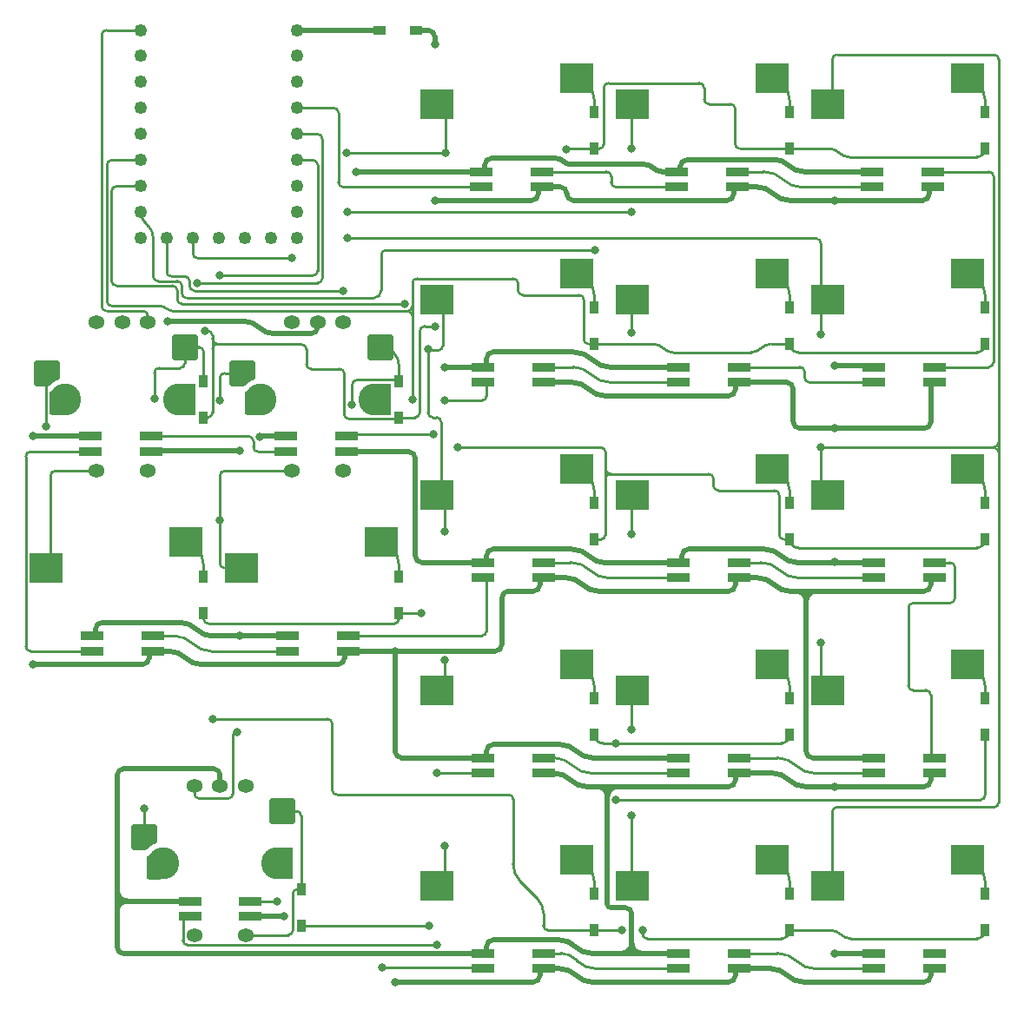
<source format=gbr>
G04 #@! TF.GenerationSoftware,KiCad,Pcbnew,7.0.9*
G04 #@! TF.CreationDate,2024-01-25T19:57:45+09:00*
G04 #@! TF.ProjectId,withTK,77697468-544b-42e6-9b69-6361645f7063,rev?*
G04 #@! TF.SameCoordinates,Original*
G04 #@! TF.FileFunction,Copper,L2,Bot*
G04 #@! TF.FilePolarity,Positive*
%FSLAX46Y46*%
G04 Gerber Fmt 4.6, Leading zero omitted, Abs format (unit mm)*
G04 Created by KiCad (PCBNEW 7.0.9) date 2024-01-25 19:57:45*
%MOMM*%
%LPD*%
G01*
G04 APERTURE LIST*
G04 Aperture macros list*
%AMRoundRect*
0 Rectangle with rounded corners*
0 $1 Rounding radius*
0 $2 $3 $4 $5 $6 $7 $8 $9 X,Y pos of 4 corners*
0 Add a 4 corners polygon primitive as box body*
4,1,4,$2,$3,$4,$5,$6,$7,$8,$9,$2,$3,0*
0 Add four circle primitives for the rounded corners*
1,1,$1+$1,$2,$3*
1,1,$1+$1,$4,$5*
1,1,$1+$1,$6,$7*
1,1,$1+$1,$8,$9*
0 Add four rect primitives between the rounded corners*
20,1,$1+$1,$2,$3,$4,$5,0*
20,1,$1+$1,$4,$5,$6,$7,0*
20,1,$1+$1,$6,$7,$8,$9,0*
20,1,$1+$1,$8,$9,$2,$3,0*%
%AMFreePoly0*
4,1,22,1.150000,1.217000,1.242000,1.125000,1.275000,1.000000,1.275000,-0.378000,1.255000,-0.477000,1.196000,-0.560000,1.110000,-0.613000,0.807000,-0.752000,0.530000,-0.939000,0.287000,-1.167000,0.203000,-1.228000,0.102000,-1.250000,-1.025000,-1.250000,-1.150000,-1.217000,-1.242000,-1.125000,-1.275000,-1.000000,-1.275000,1.000000,-1.242000,1.125000,-1.150000,1.217000,-1.025000,1.250000,
1.025000,1.250000,1.150000,1.217000,1.150000,1.217000,$1*%
G04 Aperture macros list end*
G04 #@! TA.AperFunction,SMDPad,CuDef*
%ADD10R,3.300000X3.000000*%
G04 #@! TD*
G04 #@! TA.AperFunction,SMDPad,CuDef*
%ADD11R,0.950000X1.300000*%
G04 #@! TD*
G04 #@! TA.AperFunction,SMDPad,CuDef*
%ADD12R,2.200000X0.820000*%
G04 #@! TD*
G04 #@! TA.AperFunction,ComponentPad*
%ADD13O,1.600000X1.300000*%
G04 #@! TD*
G04 #@! TA.AperFunction,SMDPad,CuDef*
%ADD14RoundRect,0.249600X-0.550400X-0.900400X0.550400X-0.900400X0.550400X0.900400X-0.550400X0.900400X0*%
G04 #@! TD*
G04 #@! TA.AperFunction,ComponentPad*
%ADD15C,3.100000*%
G04 #@! TD*
G04 #@! TA.AperFunction,SMDPad,CuDef*
%ADD16RoundRect,0.249600X-0.550400X-1.300400X0.550400X-1.300400X0.550400X1.300400X-0.550400X1.300400X0*%
G04 #@! TD*
G04 #@! TA.AperFunction,SMDPad,CuDef*
%ADD17RoundRect,0.250000X-1.025000X-1.000000X1.025000X-1.000000X1.025000X1.000000X-1.025000X1.000000X0*%
G04 #@! TD*
G04 #@! TA.AperFunction,SMDPad,CuDef*
%ADD18FreePoly0,0.000000*%
G04 #@! TD*
G04 #@! TA.AperFunction,SMDPad,CuDef*
%ADD19R,1.300000X0.950000*%
G04 #@! TD*
G04 #@! TA.AperFunction,ComponentPad*
%ADD20C,1.250000*%
G04 #@! TD*
G04 #@! TA.AperFunction,ViaPad*
%ADD21C,0.800000*%
G04 #@! TD*
G04 #@! TA.AperFunction,Conductor*
%ADD22C,0.500000*%
G04 #@! TD*
G04 #@! TA.AperFunction,Conductor*
%ADD23C,0.250000*%
G04 #@! TD*
G04 APERTURE END LIST*
D10*
X59777100Y-26041100D03*
X73377100Y-23501100D03*
X78827100Y-26041100D03*
X92427100Y-23501100D03*
X97877100Y-26041100D03*
X111477100Y-23501100D03*
D11*
X113246100Y-49446100D03*
X113246100Y-45896100D03*
D10*
X97877100Y-83191100D03*
X111477100Y-80651100D03*
X78827100Y-64141100D03*
X92427100Y-61601100D03*
D11*
X37037600Y-75639900D03*
X37037600Y-72089900D03*
D10*
X97877100Y-45091100D03*
X111477100Y-42551100D03*
D12*
X32077100Y-77877400D03*
X26177100Y-77877400D03*
X26177100Y-79377400D03*
X32077100Y-79377400D03*
D10*
X78827100Y-83191100D03*
X92427100Y-80651100D03*
D11*
X75134000Y-68496100D03*
X75134000Y-64946100D03*
D12*
X83327100Y-91283600D03*
X89227100Y-91283600D03*
X89227100Y-89783600D03*
X83327100Y-89783600D03*
X89227100Y-108833600D03*
X83327100Y-108833600D03*
X83327100Y-110333600D03*
X89227100Y-110333600D03*
X26019300Y-59946100D03*
X31919300Y-59946100D03*
X31919300Y-58446100D03*
X26019300Y-58446100D03*
X64277100Y-53183600D03*
X70177100Y-53183600D03*
X70177100Y-51683600D03*
X64277100Y-51683600D03*
X108136600Y-32633600D03*
X102236600Y-32633600D03*
X102236600Y-34133600D03*
X108136600Y-34133600D03*
D11*
X56094200Y-56589900D03*
X56094200Y-53039900D03*
X94190600Y-49446100D03*
X94190600Y-45896100D03*
D10*
X59777100Y-83191100D03*
X73377100Y-80651100D03*
X78827100Y-45091100D03*
X92427100Y-42551100D03*
D13*
X31627100Y-47314900D03*
X26627100Y-47314900D03*
X29127100Y-47314900D03*
D14*
X22777100Y-55214900D03*
D15*
X23577100Y-54814900D03*
X34677100Y-54814900D03*
D16*
X35477100Y-54814900D03*
D13*
X31627100Y-61814900D03*
D17*
X35217100Y-49734900D03*
D18*
X21767100Y-52274900D03*
D13*
X26627100Y-61814900D03*
D11*
X56082500Y-75639900D03*
X56082500Y-72089900D03*
D12*
X70177100Y-108833600D03*
X64277100Y-108833600D03*
X64277100Y-110333600D03*
X70177100Y-110333600D03*
D10*
X78827100Y-102241100D03*
X92427100Y-99701100D03*
D11*
X75134000Y-49446100D03*
X75134000Y-45896100D03*
D12*
X70177100Y-70733600D03*
X64277100Y-70733600D03*
X64277100Y-72233600D03*
X70177100Y-72233600D03*
D10*
X40727100Y-71284900D03*
X54327100Y-68744900D03*
D13*
X50677100Y-47314900D03*
X45677100Y-47314900D03*
X48177100Y-47314900D03*
D14*
X41827100Y-55214900D03*
D15*
X42627100Y-54814900D03*
X53727100Y-54814900D03*
D16*
X54527100Y-54814900D03*
D13*
X50677100Y-61814900D03*
D17*
X54267100Y-49734900D03*
D18*
X40817100Y-52274900D03*
D13*
X45677100Y-61814900D03*
D11*
X75135100Y-30396100D03*
X75135100Y-26846100D03*
D12*
X108277100Y-70733600D03*
X102377100Y-70733600D03*
X102377100Y-72233600D03*
X108277100Y-72233600D03*
X83327100Y-53183600D03*
X89227100Y-53183600D03*
X89227100Y-51683600D03*
X83327100Y-51683600D03*
X45069600Y-59946100D03*
X50969600Y-59946100D03*
X50969600Y-58446100D03*
X45069600Y-58446100D03*
X89072900Y-32633600D03*
X83172900Y-32633600D03*
X83172900Y-34133600D03*
X89072900Y-34133600D03*
D11*
X113235700Y-106596100D03*
X113235700Y-103046100D03*
D13*
X41152100Y-92558600D03*
X36152100Y-92558600D03*
X38652100Y-92558600D03*
D14*
X32302100Y-100458600D03*
D15*
X33102100Y-100058600D03*
X44202100Y-100058600D03*
D16*
X45002100Y-100058600D03*
D13*
X41152100Y-107058600D03*
D17*
X44742100Y-94978600D03*
D18*
X31292100Y-97518600D03*
D13*
X36152100Y-107058600D03*
D11*
X37029800Y-56589900D03*
X37029800Y-53039900D03*
D19*
X57737400Y-18858700D03*
X54187400Y-18858700D03*
D10*
X97877100Y-64141100D03*
X111477100Y-61601100D03*
D11*
X75136000Y-106596100D03*
X75136000Y-103046100D03*
D12*
X70021200Y-32633600D03*
X64121200Y-32633600D03*
X64121200Y-34133600D03*
X70021200Y-34133600D03*
D10*
X59777100Y-102241100D03*
X73377100Y-99701100D03*
D12*
X102377100Y-91283600D03*
X108277100Y-91283600D03*
X108277100Y-89783600D03*
X102377100Y-89783600D03*
D11*
X94181200Y-30396100D03*
X94181200Y-26846100D03*
D10*
X59777100Y-64141100D03*
X73377100Y-61601100D03*
D11*
X46558700Y-106130300D03*
X46558700Y-102580300D03*
D12*
X89227100Y-70733600D03*
X83327100Y-70733600D03*
X83327100Y-72233600D03*
X89227100Y-72233600D03*
X102377100Y-53183600D03*
X108277100Y-53183600D03*
X108277100Y-51683600D03*
X102377100Y-51683600D03*
D10*
X21677100Y-71284900D03*
X35277100Y-68744900D03*
D11*
X75135600Y-87546100D03*
X75135600Y-83996100D03*
D10*
X97877100Y-102241100D03*
X111477100Y-99701100D03*
D11*
X94182400Y-68496100D03*
X94182400Y-64946100D03*
X113232100Y-30396100D03*
X113232100Y-26846100D03*
D12*
X41602100Y-103746100D03*
X35702100Y-103746100D03*
X35702100Y-105246100D03*
X41602100Y-105246100D03*
D11*
X94182900Y-106596100D03*
X94182900Y-103046100D03*
X113233600Y-68496100D03*
X113233600Y-64946100D03*
X113237600Y-87546100D03*
X113237600Y-83996100D03*
X94192000Y-87546100D03*
X94192000Y-83996100D03*
D10*
X59777100Y-45091100D03*
X73377100Y-42551100D03*
D12*
X108277100Y-108833600D03*
X102377100Y-108833600D03*
X102377100Y-110333600D03*
X108277100Y-110333600D03*
X64277100Y-91283600D03*
X70177100Y-91283600D03*
X70177100Y-89783600D03*
X64277100Y-89783600D03*
X51127100Y-77877400D03*
X45227100Y-77877400D03*
X45227100Y-79377400D03*
X51127100Y-79377400D03*
D20*
X30902066Y-18839159D03*
X30902066Y-21359159D03*
X30902066Y-23899159D03*
X30902066Y-26429159D03*
X30902066Y-28979159D03*
X30902066Y-31519159D03*
X30902066Y-34059159D03*
X30902066Y-36599159D03*
X30902066Y-39139159D03*
X33442066Y-39139159D03*
X35992066Y-39139159D03*
X38522400Y-39139159D03*
X41072400Y-39139159D03*
X43602066Y-39139159D03*
X46142066Y-39123500D03*
X46142066Y-36599159D03*
X46142066Y-34059159D03*
X46142066Y-31519159D03*
X46142066Y-28979159D03*
X46142066Y-26429159D03*
X46142066Y-23899159D03*
X46142066Y-21359159D03*
X46142066Y-18839159D03*
D21*
X20422400Y-58423500D03*
X20422400Y-80679300D03*
X98545200Y-35435500D03*
X44890700Y-105223500D03*
X59575800Y-35433900D03*
X55714548Y-79373888D03*
X42537966Y-58457450D03*
X60505100Y-51724700D03*
X98545200Y-51579900D03*
X55722400Y-111623500D03*
X59579000Y-20219400D03*
X59641200Y-47708800D03*
X72372361Y-30456658D03*
X37148000Y-48153300D03*
X32252100Y-54766900D03*
X58246500Y-75639658D03*
X57397900Y-54823500D03*
X51528100Y-55395900D03*
X56634644Y-45529400D03*
X58987004Y-106134180D03*
X61818830Y-59508417D03*
X77260646Y-93876907D03*
X75226100Y-40279900D03*
X77259600Y-88357347D03*
X79813409Y-106594292D03*
X37906200Y-85989300D03*
X77788361Y-106594292D03*
X40576600Y-77909600D03*
X40599800Y-59846900D03*
X98545200Y-57674500D03*
X98545200Y-108833600D03*
X98545200Y-92585500D03*
X98545200Y-70723500D03*
X51944600Y-32656520D03*
X33497100Y-47230000D03*
X59471100Y-58221500D03*
X60508100Y-54958000D03*
X59821300Y-91283600D03*
X59821300Y-108035500D03*
X44166200Y-103746100D03*
X54474000Y-110186800D03*
X36387400Y-43492803D03*
X21649300Y-57471500D03*
X38630700Y-66647500D03*
X31235689Y-94749323D03*
X38630700Y-42768303D03*
X38630700Y-54896135D03*
X60570200Y-98329100D03*
X60570200Y-67723500D03*
X60581114Y-80226900D03*
X58914200Y-49953600D03*
X51006300Y-30776700D03*
X60666000Y-30776700D03*
X51095100Y-36594432D03*
X78740000Y-36599853D03*
X78740000Y-30339500D03*
X78722400Y-87023500D03*
X78744162Y-67987363D03*
X78722400Y-95423500D03*
X78740000Y-48323500D03*
X51095100Y-39131319D03*
X97215100Y-59523500D03*
X97222400Y-48523500D03*
X97215100Y-78528100D03*
X45677447Y-41066639D03*
X50677100Y-44232255D03*
X40274200Y-87271400D03*
D22*
X45419600Y-58446100D02*
X42549316Y-58446100D01*
X26369300Y-58446100D02*
X20476961Y-58446100D01*
X66747952Y-73535500D02*
X69197910Y-73535500D01*
X88877100Y-110333600D02*
X92348121Y-110333600D01*
X69827100Y-72233600D02*
X72382848Y-72233600D01*
X74902804Y-111635900D02*
X88247799Y-111635900D01*
X50777100Y-80050245D02*
X50777100Y-79377400D01*
X102727100Y-51579900D02*
X98545200Y-51579900D01*
X59575800Y-35433900D02*
X59575800Y-35435500D01*
X76613462Y-51683600D02*
X83677100Y-51683600D01*
X96791996Y-73535500D02*
X107299426Y-73535500D01*
X55714548Y-79373888D02*
X55714548Y-89151163D01*
X69671200Y-34133600D02*
X71819662Y-34133600D01*
X88722900Y-34808421D02*
X88722900Y-34133600D01*
X74961464Y-89783600D02*
X83677100Y-89783600D01*
X69827100Y-110333600D02*
X69827100Y-111004024D01*
X107927100Y-72907826D02*
X107927100Y-72233600D01*
X64627100Y-51683600D02*
X64627100Y-51724700D01*
X95775200Y-89154144D02*
X95775200Y-74552296D01*
X31727100Y-79377400D02*
X33662645Y-79377400D01*
X55714548Y-79373888D02*
X55718060Y-79377400D01*
X64627100Y-51724700D02*
X60505100Y-51724700D01*
X36805709Y-80679300D02*
X50148045Y-80679300D01*
X102727100Y-89783600D02*
X96404656Y-89783600D01*
X41252100Y-105246100D02*
X44868100Y-105246100D01*
X55718060Y-79377400D02*
X65491207Y-79377400D01*
X59575800Y-35435500D02*
X69043318Y-35435500D01*
X88877100Y-72906184D02*
X88877100Y-72233600D01*
X88877100Y-111006599D02*
X88877100Y-110333600D01*
X69827100Y-110333600D02*
X71758775Y-110333600D01*
X55714548Y-79373888D02*
X55711036Y-79377400D01*
X94139845Y-35435500D02*
X95897681Y-35435500D01*
X65255696Y-88481700D02*
X71818401Y-88481700D01*
X42549316Y-58446100D02*
X42537966Y-58457450D01*
X72449173Y-34763111D02*
X72449173Y-34808888D01*
X64627100Y-89783600D02*
X64627100Y-89110296D01*
X64627100Y-51683600D02*
X64627100Y-50852619D01*
X56346985Y-89783600D02*
X64627100Y-89783600D01*
X66120227Y-78748380D02*
X66120227Y-74163225D01*
X44868100Y-105246100D02*
X44890700Y-105223500D01*
X88722900Y-34133600D02*
X90996781Y-34133600D01*
X31727100Y-80051309D02*
X31727100Y-79377400D01*
X55711036Y-79377400D02*
X50777100Y-79377400D01*
X57737400Y-18858700D02*
X58949360Y-18858700D01*
X95492150Y-111635900D02*
X107298991Y-111635900D01*
X20422400Y-80679300D02*
X31099109Y-80679300D01*
X65256219Y-50223500D02*
X73088470Y-50223500D01*
X95897681Y-35435500D02*
X98545200Y-35435500D01*
X107786600Y-34806555D02*
X107786600Y-34133600D01*
X107927100Y-111007791D02*
X107927100Y-110333600D01*
X91028457Y-72233600D02*
X88877100Y-72233600D01*
X96791996Y-73535500D02*
X94171521Y-73535500D01*
X69827100Y-72906310D02*
X69827100Y-72233600D01*
X69671200Y-34807618D02*
X69671200Y-34133600D01*
X102727100Y-51683600D02*
X102727100Y-51579900D01*
X69195224Y-111635900D02*
X55734800Y-111635900D01*
X98545200Y-35435500D02*
X107157655Y-35435500D01*
X59579000Y-20219400D02*
X59579000Y-19488340D01*
X73075785Y-35435500D02*
X88095821Y-35435500D01*
X75525912Y-73535500D02*
X88247784Y-73535500D01*
X93926398Y-110987392D02*
G75*
G03*
X95492150Y-111635900I1565702J1565792D01*
G01*
X96791996Y-73535500D02*
G75*
G03*
X95775200Y-74552296I4J-1016800D01*
G01*
X107299426Y-73535500D02*
G75*
G03*
X107927100Y-72907826I-26J627700D01*
G01*
X50148045Y-80679300D02*
G75*
G03*
X50777100Y-80050245I-45J629100D01*
G01*
X95775200Y-89154144D02*
G75*
G03*
X96404656Y-89783600I629500J44D01*
G01*
X72449200Y-34808888D02*
G75*
G03*
X73075785Y-35435500I626600J-12D01*
G01*
X69195224Y-111635900D02*
G75*
G03*
X69827100Y-111004024I-24J631900D01*
G01*
X55714600Y-89151163D02*
G75*
G03*
X56346985Y-89783600I632400J-37D01*
G01*
X35285619Y-80049675D02*
G75*
G03*
X33662645Y-79377400I-1623019J-1623025D01*
G01*
X92706137Y-72928474D02*
G75*
G03*
X91028457Y-72233600I-1677637J-1677726D01*
G01*
X92706097Y-72928514D02*
G75*
G03*
X94171521Y-73535500I1465403J1465414D01*
G01*
X75015832Y-51021810D02*
G75*
G03*
X73088470Y-50223500I-1927332J-1927390D01*
G01*
X65491207Y-79377427D02*
G75*
G03*
X66120227Y-78748380I-7J629027D01*
G01*
X69197910Y-73535500D02*
G75*
G03*
X69827100Y-72906310I-10J629200D01*
G01*
X59579000Y-19488340D02*
G75*
G03*
X58949360Y-18858700I-629600J40D01*
G01*
X88247799Y-111635900D02*
G75*
G03*
X88877100Y-111006599I1J629300D01*
G01*
X92578891Y-34788967D02*
G75*
G03*
X94139845Y-35435500I1560909J1560967D01*
G01*
X73385286Y-89130731D02*
G75*
G03*
X71818401Y-88481700I-1566886J-1566869D01*
G01*
X93926428Y-110987362D02*
G75*
G03*
X92348121Y-110333600I-1578328J-1578338D01*
G01*
X88095821Y-35435500D02*
G75*
G03*
X88722900Y-34808421I-21J627100D01*
G01*
X73990002Y-72899315D02*
G75*
G03*
X75525912Y-73535500I1535898J1535915D01*
G01*
X88247784Y-73535500D02*
G75*
G03*
X88877100Y-72906184I16J629300D01*
G01*
X20422411Y-58423489D02*
G75*
G03*
X20476961Y-58446100I54589J54589D01*
G01*
X107157655Y-35435500D02*
G75*
G03*
X107786600Y-34806555I45J628900D01*
G01*
X95775200Y-74493519D02*
G75*
G03*
X94817181Y-73535500I-958000J19D01*
G01*
X72449200Y-34763111D02*
G75*
G03*
X71819662Y-34133600I-629500J11D01*
G01*
X92578930Y-34788928D02*
G75*
G03*
X90996781Y-34133600I-1582130J-1582172D01*
G01*
X65256219Y-50223500D02*
G75*
G03*
X64627100Y-50852619I-19J-629100D01*
G01*
X73404249Y-111015175D02*
G75*
G03*
X71758775Y-110333600I-1645449J-1645425D01*
G01*
X75015834Y-51021808D02*
G75*
G03*
X76613462Y-51683600I1597666J1597608D01*
G01*
X55722400Y-111623500D02*
G75*
G03*
X55734800Y-111635900I12400J0D01*
G01*
X73404241Y-111015183D02*
G75*
G03*
X74902804Y-111635900I1498559J1498583D01*
G01*
X107298991Y-111635900D02*
G75*
G03*
X107927100Y-111007791I9J628100D01*
G01*
X66747952Y-73535427D02*
G75*
G03*
X66120227Y-74163225I48J-627773D01*
G01*
X65255696Y-88481700D02*
G75*
G03*
X64627100Y-89110296I4J-628600D01*
G01*
X69043318Y-35435500D02*
G75*
G03*
X69671200Y-34807618I-18J627900D01*
G01*
X73385317Y-89130700D02*
G75*
G03*
X74961464Y-89783600I1576183J1576100D01*
G01*
X35285630Y-80049664D02*
G75*
G03*
X36805709Y-80679300I1520070J1520064D01*
G01*
X31099109Y-80679300D02*
G75*
G03*
X31727100Y-80051309I-9J628000D01*
G01*
X73989992Y-72899325D02*
G75*
G03*
X72382848Y-72233600I-1607192J-1607175D01*
G01*
X54187400Y-18839200D02*
X54187400Y-18858700D01*
X46142100Y-18839200D02*
X54187400Y-18839200D01*
D23*
X86288962Y-26044200D02*
X88394685Y-26044200D01*
X59641200Y-47708800D02*
X58581617Y-47708800D01*
X56094200Y-56743900D02*
X51213336Y-56743900D01*
X94181200Y-30396100D02*
X98035635Y-30396100D01*
X85829403Y-24462539D02*
X85829403Y-25584641D01*
X37446757Y-56589900D02*
X37029800Y-56589900D01*
X37906200Y-48863106D02*
X37906201Y-48927928D01*
X76515620Y-24004200D02*
X85371064Y-24004200D01*
X57662772Y-56589900D02*
X56094200Y-56589900D01*
X75135100Y-30396100D02*
X75596320Y-30396100D01*
X37148000Y-48153300D02*
X37446762Y-48153300D01*
X37906200Y-49905007D02*
X37906200Y-56130457D01*
X76055900Y-29936520D02*
X76055900Y-24463920D01*
X89313434Y-30396100D02*
X94181200Y-30396100D01*
X56094200Y-56589900D02*
X56094200Y-56743900D01*
X50754000Y-56284564D02*
X50754000Y-52316059D01*
X72432919Y-30396100D02*
X75135100Y-30396100D01*
X72372361Y-30456658D02*
X72432919Y-30396100D01*
X47050200Y-51397625D02*
X47050200Y-49930513D01*
X37906200Y-49905007D02*
X37906200Y-48612738D01*
X58122400Y-48168017D02*
X58122400Y-56130272D01*
X99971592Y-31198000D02*
X112430200Y-31198000D01*
X88854000Y-26503515D02*
X88854000Y-29936666D01*
X50294355Y-51856414D02*
X47508989Y-51856414D01*
X46590558Y-49470871D02*
X38340336Y-49470871D01*
X47050186Y-51397625D02*
G75*
G03*
X47508989Y-51856414I458814J25D01*
G01*
X57662772Y-56589900D02*
G75*
G03*
X58122400Y-56130272I28J459600D01*
G01*
X98980334Y-30787444D02*
G75*
G03*
X98035635Y-30396100I-944734J-944656D01*
G01*
X88854000Y-26503515D02*
G75*
G03*
X88394685Y-26044200I-459300J15D01*
G01*
X38340336Y-49470900D02*
G75*
G03*
X37906200Y-49905007I-36J-434100D01*
G01*
X85829400Y-24462539D02*
G75*
G03*
X85371064Y-24004200I-458300J39D01*
G01*
X98980367Y-30787411D02*
G75*
G03*
X99971592Y-31198000I991233J991211D01*
G01*
X112430200Y-31198000D02*
G75*
G03*
X113232100Y-30396100I0J801900D01*
G01*
X50754086Y-52316059D02*
G75*
G03*
X50294355Y-51856414I-459686J-41D01*
G01*
X58581617Y-47708800D02*
G75*
G03*
X58122400Y-48168017I-17J-459200D01*
G01*
X37906129Y-48927928D02*
G75*
G03*
X38449149Y-49470871I542971J28D01*
G01*
X47050229Y-49930513D02*
G75*
G03*
X46590558Y-49470871I-459629J13D01*
G01*
X88854000Y-29936666D02*
G75*
G03*
X89313434Y-30396100I459400J-34D01*
G01*
X50754000Y-56284564D02*
G75*
G03*
X51213336Y-56743900I459300J-36D01*
G01*
X37906200Y-48612738D02*
G75*
G03*
X37446762Y-48153300I-459400J38D01*
G01*
X37446757Y-56589900D02*
G75*
G03*
X37906200Y-56130457I43J459400D01*
G01*
X85829400Y-25584641D02*
G75*
G03*
X86288962Y-26044200I459600J41D01*
G01*
X76515620Y-24004200D02*
G75*
G03*
X76055900Y-24463920I-20J-459700D01*
G01*
X75596320Y-30396100D02*
G75*
G03*
X76055900Y-29936520I-20J459600D01*
G01*
X37029800Y-53039900D02*
X37029800Y-51781300D01*
X37029800Y-51781300D02*
X37029800Y-50193775D01*
X34757889Y-51781300D02*
X32712225Y-51781300D01*
X32252100Y-54766900D02*
X32252100Y-52241425D01*
X35217100Y-49734900D02*
X36570925Y-49734900D01*
X35217100Y-49734900D02*
X35217100Y-51322089D01*
X32712225Y-51781300D02*
G75*
G03*
X32252100Y-52241425I-25J-460100D01*
G01*
X37029800Y-50193775D02*
G75*
G03*
X36570925Y-49734900I-458900J-25D01*
G01*
X34757889Y-51781300D02*
G75*
G03*
X35217100Y-51322089I11J459200D01*
G01*
X90447357Y-50248000D02*
X82782255Y-50248000D01*
X37497172Y-76696135D02*
X55623467Y-76696135D01*
X57397900Y-46713018D02*
X57397900Y-45735257D01*
X27622400Y-45274216D02*
X27622400Y-31978728D01*
X67230676Y-43054200D02*
X57857023Y-43054200D01*
X67690200Y-44208962D02*
X67690200Y-43513724D01*
X56082500Y-75639900D02*
X58246258Y-75639900D01*
X28081973Y-31519156D02*
X30030204Y-31519159D01*
X75134000Y-49446100D02*
X74567435Y-49446100D01*
X30030204Y-31519159D02*
X30902066Y-31519159D01*
X30902100Y-31519200D02*
X30030163Y-31519200D01*
X56082500Y-76237102D02*
X56082500Y-75639900D01*
X94190600Y-49446100D02*
X92383314Y-49446100D01*
X56879257Y-46253900D02*
X34035357Y-46253900D01*
X73648558Y-44668000D02*
X68149238Y-44668000D01*
X74108100Y-48986765D02*
X74108100Y-45127542D01*
X37037600Y-75639900D02*
X37037600Y-76236563D01*
X32780068Y-45733942D02*
X28082126Y-45733942D01*
X57397900Y-45735257D02*
X57397900Y-43513323D01*
X57397900Y-54823500D02*
X57397900Y-46713018D01*
X80846299Y-49446100D02*
X75134000Y-49446100D01*
X112444200Y-50248000D02*
X94992500Y-50248000D01*
X58246258Y-75639900D02*
G75*
G03*
X58246500Y-75639658I42J200D01*
G01*
X81884388Y-49876081D02*
G75*
G03*
X80846299Y-49446100I-1038088J-1038119D01*
G01*
X112444200Y-50248000D02*
G75*
G03*
X113246100Y-49446100I0J801900D01*
G01*
X67690200Y-44208962D02*
G75*
G03*
X68149238Y-44668000I459000J-38D01*
G01*
X55623467Y-76696100D02*
G75*
G03*
X56082500Y-76237102I33J459000D01*
G01*
X90447357Y-50247981D02*
G75*
G03*
X91380555Y-49861455I43J1319681D01*
G01*
X28081973Y-31519100D02*
G75*
G03*
X27622400Y-31978728I27J-459600D01*
G01*
X74108100Y-48986765D02*
G75*
G03*
X74567435Y-49446100I459300J-35D01*
G01*
X57857023Y-43054200D02*
G75*
G03*
X57397900Y-43513323I-23J-459100D01*
G01*
X67690200Y-43513724D02*
G75*
G03*
X67230676Y-43054200I-459500J24D01*
G01*
X57397900Y-46713018D02*
G75*
G03*
X56938782Y-46253900I-459100J18D01*
G01*
X94190600Y-49446100D02*
G75*
G03*
X94992500Y-50248000I801900J0D01*
G01*
X33452310Y-46012377D02*
G75*
G03*
X32780068Y-45733942I-672210J-672223D01*
G01*
X56879257Y-46253900D02*
G75*
G03*
X57397900Y-45735257I43J518600D01*
G01*
X33452284Y-46012403D02*
G75*
G03*
X34035357Y-46253900I583016J583003D01*
G01*
X37037665Y-76236563D02*
G75*
G03*
X37497172Y-76696135I459535J-37D01*
G01*
X27622358Y-45274216D02*
G75*
G03*
X28082126Y-45733942I459742J16D01*
G01*
X74108100Y-45127542D02*
G75*
G03*
X73648558Y-44668000I-459500J42D01*
G01*
X81884400Y-49876069D02*
G75*
G03*
X82782255Y-50248000I897900J897869D01*
G01*
X92383314Y-49446106D02*
G75*
G03*
X91380556Y-49861456I-14J-1418094D01*
G01*
X37037600Y-72089900D02*
X37037600Y-70955400D01*
X37037600Y-70955400D02*
G75*
G03*
X34827100Y-68744900I-2210500J0D01*
G01*
X51528100Y-55395900D02*
X51528100Y-53398940D01*
X55994200Y-52939900D02*
X51987140Y-52939900D01*
X56094200Y-53039900D02*
X55994200Y-52939900D01*
X56094200Y-53039900D02*
X56094200Y-51562000D01*
X56094200Y-51562000D02*
G75*
G03*
X54267100Y-49734900I-1827100J0D01*
G01*
X51987140Y-52939900D02*
G75*
G03*
X51528100Y-53398940I-40J-459000D01*
G01*
X56082500Y-72089900D02*
X56082500Y-70950300D01*
X56082500Y-70950300D02*
G75*
G03*
X53877100Y-68744900I-2205400J0D01*
G01*
X28072400Y-43292679D02*
X28072400Y-34518994D01*
X76218100Y-59986197D02*
X76218100Y-61610871D01*
X76218100Y-62104200D02*
X76218100Y-62615381D01*
X61837213Y-59526800D02*
X75758703Y-59526800D01*
X61818830Y-59508417D02*
X61837213Y-59526800D01*
X46558700Y-106130300D02*
X58983124Y-106130300D01*
X92697724Y-63718000D02*
X87199399Y-63718000D01*
X94182400Y-68496100D02*
X93616383Y-68496100D01*
X56634644Y-45529400D02*
X34929438Y-45529400D01*
X34010490Y-43752100D02*
X28531821Y-43752100D01*
X112431700Y-69298000D02*
X94984300Y-69298000D01*
X76218100Y-61610871D02*
X76218100Y-62104200D01*
X28532235Y-34059159D02*
X30902066Y-34059159D01*
X34470000Y-45069962D02*
X34470000Y-44211610D01*
X75758668Y-68496100D02*
X75134000Y-68496100D01*
X93157300Y-68037017D02*
X93157300Y-64177576D01*
X76218100Y-62615381D02*
X76218100Y-68036668D01*
X86740200Y-63258801D02*
X86740200Y-62563878D01*
X86280522Y-62104200D02*
X76557127Y-62104200D01*
X76218100Y-62615381D02*
X76218101Y-62588592D01*
X34470000Y-44211610D02*
G75*
G03*
X34010490Y-43752100I-459500J10D01*
G01*
X94182400Y-68496100D02*
G75*
G03*
X94984300Y-69298000I801900J0D01*
G01*
X112431700Y-69298000D02*
G75*
G03*
X113233600Y-68496100I0J801900D01*
G01*
X76218100Y-59986197D02*
G75*
G03*
X75758703Y-59526800I-459400J-3D01*
G01*
X28532235Y-34059200D02*
G75*
G03*
X28072400Y-34518994I-35J-459800D01*
G01*
X93157300Y-64177576D02*
G75*
G03*
X92697724Y-63718000I-459600J-24D01*
G01*
X76218100Y-61610871D02*
G75*
G03*
X76711429Y-62104200I493300J-29D01*
G01*
X76702492Y-62104201D02*
G75*
G03*
X76218101Y-62588592I8J-484399D01*
G01*
X86740200Y-63258801D02*
G75*
G03*
X87199399Y-63718000I459200J1D01*
G01*
X76557127Y-62104200D02*
G75*
G03*
X76522400Y-62138927I-27J-34700D01*
G01*
X86740200Y-62563878D02*
G75*
G03*
X86280522Y-62104200I-459700J-22D01*
G01*
X75758668Y-68496100D02*
G75*
G03*
X76218100Y-68036668I32J459400D01*
G01*
X34470000Y-45069962D02*
G75*
G03*
X34929438Y-45529400I459400J-38D01*
G01*
X28072400Y-43292679D02*
G75*
G03*
X28531821Y-43752100I459400J-21D01*
G01*
X93157300Y-68037017D02*
G75*
G03*
X93616383Y-68496100I459100J17D01*
G01*
X58987000Y-106134180D02*
G75*
G03*
X58983124Y-106130300I-3900J-20D01*
G01*
X46099448Y-94978600D02*
X44742100Y-94978600D01*
X46496593Y-102580300D02*
X46214154Y-102580303D01*
X45755200Y-103039261D02*
X45755200Y-106599336D01*
X46558700Y-102580300D02*
X46558700Y-95437852D01*
X45295936Y-107058600D02*
X41152100Y-107058600D01*
X46558700Y-102580300D02*
X46496593Y-102580300D01*
X46214154Y-102580300D02*
G75*
G03*
X45755200Y-103039261I46J-459000D01*
G01*
X46558700Y-95437852D02*
G75*
G03*
X46099448Y-94978600I-459300J-48D01*
G01*
X45295936Y-107058600D02*
G75*
G03*
X45755200Y-106599336I-36J459300D01*
G01*
X75135100Y-26846100D02*
X75135100Y-25709100D01*
X75135100Y-25709100D02*
G75*
G03*
X72927100Y-23501100I-2208000J0D01*
G01*
X75134000Y-45896100D02*
X75134000Y-44758000D01*
X75134000Y-44758000D02*
G75*
G03*
X72927100Y-42551100I-2206900J0D01*
G01*
X75134000Y-64946100D02*
X75134000Y-63808000D01*
X75134000Y-63808000D02*
G75*
G03*
X72927100Y-61601100I-2206900J0D01*
G01*
X75226100Y-40279900D02*
X54826300Y-40279900D01*
X32127779Y-42840858D02*
X32127779Y-39087379D01*
X77260646Y-93876907D02*
X77265853Y-93871700D01*
X75135600Y-87546100D02*
X75135600Y-87649899D01*
X31627439Y-37879452D02*
X31294454Y-37546466D01*
X34462408Y-43300200D02*
X32587121Y-43300200D01*
X113237600Y-93411903D02*
X113237600Y-87546100D01*
X54367057Y-40739143D02*
X54367057Y-44215980D01*
X53626282Y-44956755D02*
X35381860Y-44956755D01*
X93390100Y-88348000D02*
X77268947Y-88348000D01*
X77265853Y-93871700D02*
X112777803Y-93871700D01*
X34921900Y-44496795D02*
X34921900Y-43759692D01*
X77259600Y-88357347D02*
X75946847Y-88357347D01*
X93390100Y-88348000D02*
G75*
G03*
X94192000Y-87546100I0J801900D01*
G01*
X30902108Y-36599159D02*
G75*
G03*
X31294455Y-37546465I1339692J-41D01*
G01*
X75135553Y-87546100D02*
G75*
G03*
X75946847Y-88357347I811247J0D01*
G01*
X32127790Y-39087379D02*
G75*
G03*
X31627439Y-37879452I-1708290J-21D01*
G01*
X34921945Y-44496795D02*
G75*
G03*
X35381860Y-44956755I459955J-5D01*
G01*
X53626282Y-44956757D02*
G75*
G03*
X54367057Y-44215980I18J740757D01*
G01*
X112777803Y-93871700D02*
G75*
G03*
X113237600Y-93411903I-3J459800D01*
G01*
X34921900Y-43759692D02*
G75*
G03*
X34462408Y-43300200I-459500J-8D01*
G01*
X77268947Y-88348000D02*
G75*
G03*
X77259600Y-88357347I-47J-9300D01*
G01*
X32127800Y-42840858D02*
G75*
G03*
X32587121Y-43300200I459300J-42D01*
G01*
X54826300Y-40279857D02*
G75*
G03*
X54367057Y-40739143I0J-459243D01*
G01*
X75135600Y-83996100D02*
X75135600Y-82859600D01*
X75135600Y-82859600D02*
G75*
G03*
X72927100Y-80651100I-2208500J0D01*
G01*
X80274001Y-107398000D02*
X93381000Y-107398000D01*
X98165552Y-106596100D02*
X94182900Y-106596100D01*
X50030040Y-93368700D02*
X66759920Y-93368700D01*
X70171764Y-104941975D02*
X70171764Y-106138458D01*
X112433800Y-107398000D02*
X100101509Y-107398000D01*
X67942124Y-101861883D02*
X69570404Y-103490163D01*
X79813409Y-106594292D02*
X79813406Y-106937400D01*
X70628939Y-106595633D02*
X75135533Y-106595633D01*
X37906200Y-85989300D02*
X49114655Y-85989300D01*
X77786553Y-106596100D02*
X75136000Y-106596100D01*
X75136000Y-106596100D02*
X75951500Y-106596100D01*
X49574191Y-86448836D02*
X49574191Y-92912851D01*
X67218805Y-93827585D02*
X67218805Y-100115636D01*
X79813400Y-106937400D02*
G75*
G03*
X80274001Y-107398000I460600J0D01*
G01*
X99163457Y-107009419D02*
G75*
G03*
X98165552Y-106596100I-997857J-997881D01*
G01*
X75135968Y-106596100D02*
G75*
G03*
X75135533Y-106595633I-468J0D01*
G01*
X93381000Y-107398000D02*
G75*
G03*
X94182900Y-106596100I0J801900D01*
G01*
X49574200Y-92912851D02*
G75*
G03*
X50030040Y-93368700I455800J-49D01*
G01*
X112433800Y-107398000D02*
G75*
G03*
X113235700Y-106596100I0J801900D01*
G01*
X67218800Y-93827585D02*
G75*
G03*
X66759920Y-93368700I-458900J-15D01*
G01*
X99163440Y-107009436D02*
G75*
G03*
X100101509Y-107398000I938060J938036D01*
G01*
X70171767Y-106138458D02*
G75*
G03*
X70628939Y-106595633I457133J-42D01*
G01*
X70171784Y-104941975D02*
G75*
G03*
X69570404Y-103490163I-2053184J-25D01*
G01*
X77786554Y-106596060D02*
G75*
G03*
X77788361Y-106594292I46J1760D01*
G01*
X49574200Y-86448836D02*
G75*
G03*
X49114655Y-85989300I-459500J36D01*
G01*
X67218788Y-100115636D02*
G75*
G03*
X67942124Y-101861883I2469612J36D01*
G01*
X75136000Y-103046100D02*
X75136000Y-101910000D01*
X75136000Y-101910000D02*
G75*
G03*
X72927100Y-99701100I-2208900J0D01*
G01*
X94181200Y-26846100D02*
X94181200Y-25705200D01*
X94181200Y-25705200D02*
G75*
G03*
X91977100Y-23501100I-2204100J0D01*
G01*
X94190600Y-45896100D02*
X94190600Y-44764600D01*
X94190600Y-44764600D02*
G75*
G03*
X91977100Y-42551100I-2213500J0D01*
G01*
X94182400Y-64946100D02*
X94182400Y-63806400D01*
X94182400Y-63806400D02*
G75*
G03*
X91977100Y-61601100I-2205300J0D01*
G01*
X94192000Y-83996100D02*
X94192000Y-82866000D01*
X94192000Y-82866000D02*
G75*
G03*
X91977100Y-80651100I-2214900J0D01*
G01*
X94182900Y-103046100D02*
X94182900Y-101906900D01*
X94182900Y-101906900D02*
G75*
G03*
X91977100Y-99701100I-2205800J0D01*
G01*
X113232100Y-26846100D02*
X113232100Y-25706100D01*
X113232100Y-25706100D02*
G75*
G03*
X111027100Y-23501100I-2205000J0D01*
G01*
X113246100Y-45896100D02*
X113246100Y-44770100D01*
X113246100Y-44770100D02*
G75*
G03*
X111027100Y-42551100I-2219000J0D01*
G01*
X113233600Y-64946100D02*
X113233600Y-63807600D01*
X113233600Y-63807600D02*
G75*
G03*
X111027100Y-61601100I-2206500J0D01*
G01*
X113237600Y-83996100D02*
X113237600Y-82861600D01*
X113237600Y-82861600D02*
G75*
G03*
X111027100Y-80651100I-2210500J0D01*
G01*
X113235700Y-103046100D02*
X113235700Y-101909700D01*
X113235700Y-101909700D02*
G75*
G03*
X111027100Y-99701100I-2208600J0D01*
G01*
X69671200Y-32633600D02*
X76314356Y-32633600D01*
X77234154Y-34133600D02*
X83522900Y-34133600D01*
X76774305Y-33093540D02*
X76774317Y-33673772D01*
X76774400Y-33673772D02*
G75*
G03*
X77234154Y-34133600I459800J-28D01*
G01*
X76774300Y-33093540D02*
G75*
G03*
X76314356Y-32633600I-459900J40D01*
G01*
D22*
X40576600Y-77909600D02*
X45577100Y-77909600D01*
X72896991Y-69431700D02*
X65256955Y-69431700D01*
X72833798Y-31925696D02*
X80034394Y-31925696D01*
X64627100Y-70733600D02*
X58304186Y-70733600D01*
X76116694Y-54485500D02*
X88248343Y-54485500D01*
X69827100Y-91283600D02*
X71219644Y-91283600D01*
X28622400Y-102742192D02*
X28622400Y-91482300D01*
X64471200Y-32633600D02*
X51967520Y-32633600D01*
X64627100Y-108833600D02*
X64627100Y-108887800D01*
X83677100Y-70733600D02*
X76040054Y-70733600D01*
X38652100Y-91477507D02*
X38652100Y-92558600D01*
X98545200Y-92585500D02*
X107299720Y-92585500D01*
X88877100Y-91283600D02*
X92525531Y-91283600D01*
X29251812Y-90852888D02*
X38027481Y-90852888D01*
X94517745Y-53812911D02*
X94517745Y-57004279D01*
X65101060Y-31331700D02*
X71399766Y-31331700D01*
X43878007Y-48416800D02*
X47551000Y-48416800D01*
X31569300Y-59848500D02*
X31569300Y-59946100D01*
X28622400Y-104710063D02*
X28622400Y-102742192D01*
X83522900Y-32633600D02*
X83522900Y-32105943D01*
X45577100Y-77909600D02*
X45577100Y-77877400D01*
X64627100Y-108833600D02*
X64627100Y-108161014D01*
X107927100Y-91958120D02*
X107927100Y-91283600D01*
X84307414Y-69431700D02*
X91705730Y-69431700D01*
X76411146Y-104061185D02*
X76411146Y-93607859D01*
X37912032Y-77909600D02*
X40576600Y-77909600D01*
X83677100Y-70733600D02*
X83677100Y-70062014D01*
X98545200Y-57674500D02*
X107297866Y-57674500D01*
X27156562Y-76575500D02*
X34691231Y-76575500D01*
X95597845Y-32633600D02*
X102586600Y-32633600D01*
X79747272Y-108833600D02*
X83677100Y-108833600D01*
X77433509Y-92585500D02*
X77563304Y-92585500D01*
X94848793Y-70733600D02*
X98535100Y-70733600D01*
X64627100Y-108887800D02*
X29253233Y-108887800D01*
X98545200Y-70723500D02*
X98550880Y-70723500D01*
X26527100Y-77877400D02*
X26527100Y-77204962D01*
X28622400Y-108256967D02*
X28622400Y-104710063D01*
X65256014Y-107532100D02*
X71694890Y-107532100D01*
X40598200Y-59848500D02*
X31569300Y-59848500D01*
X98550880Y-70723500D02*
X98577402Y-70750022D01*
X98555300Y-70733600D02*
X102727100Y-70733600D01*
X64627100Y-70061555D02*
X64627100Y-70733600D01*
X95668594Y-92585500D02*
X97392326Y-92585500D01*
X81743425Y-32633600D02*
X83522900Y-32633600D01*
X48177100Y-47790700D02*
X48177100Y-47314900D01*
X98545200Y-70723500D02*
X98545200Y-70766998D01*
X88877100Y-53183600D02*
X93888434Y-53183600D01*
X98545200Y-70766998D02*
X98552813Y-70774611D01*
X102727100Y-108833600D02*
X98545200Y-108833600D01*
X98535100Y-70733600D02*
X98545200Y-70723500D01*
X77563304Y-92585500D02*
X88247873Y-92585500D01*
X84151174Y-31477669D02*
X92807182Y-31477669D01*
X36052100Y-103746100D02*
X29586363Y-103746100D01*
X98545200Y-70723500D02*
X98555300Y-70733600D01*
X57045085Y-59946100D02*
X50619600Y-59946100D01*
X97392326Y-92585500D02*
X98545200Y-92585500D01*
X107927100Y-57045266D02*
X107927100Y-53183600D01*
X33497100Y-47230000D02*
X41012819Y-47230000D01*
X74362708Y-92585500D02*
X77563304Y-92585500D01*
X57675200Y-70104614D02*
X57675200Y-60576215D01*
X78791032Y-107877360D02*
X78791032Y-105020833D01*
X88877100Y-53856743D02*
X88877100Y-53183600D01*
X74836988Y-108833600D02*
X77810474Y-108833600D01*
X69827100Y-53183600D02*
X72973631Y-53183600D01*
X40599800Y-59846900D02*
X40598200Y-59848500D01*
X88877100Y-91956273D02*
X88877100Y-91283600D01*
X64471200Y-32633600D02*
X64471200Y-31961560D01*
X77810474Y-108833600D02*
X79747272Y-108833600D01*
X98545200Y-57674500D02*
X95187966Y-57674500D01*
X78164184Y-104393985D02*
X77333919Y-104393986D01*
X77333919Y-104393986D02*
X76743947Y-104393986D01*
X73290713Y-108193116D02*
G75*
G03*
X74836988Y-108833600I1546287J1546316D01*
G01*
X74722809Y-70187969D02*
G75*
G03*
X72896991Y-69431700I-1825809J-1825831D01*
G01*
X107299720Y-92585500D02*
G75*
G03*
X107927100Y-91958120I-20J627400D01*
G01*
X65101060Y-31331700D02*
G75*
G03*
X64471200Y-31961560I40J-629900D01*
G01*
X107297866Y-57674500D02*
G75*
G03*
X107927100Y-57045266I34J629200D01*
G01*
X65256955Y-69431700D02*
G75*
G03*
X64627100Y-70061555I45J-629900D01*
G01*
X88248343Y-54485500D02*
G75*
G03*
X88877100Y-53856743I-43J628800D01*
G01*
X94517800Y-57004279D02*
G75*
G03*
X95187966Y-57674500I670200J-21D01*
G01*
X74658362Y-53881436D02*
G75*
G03*
X76116694Y-54485500I1458338J1458336D01*
G01*
X36347728Y-77261651D02*
G75*
G03*
X37912032Y-77909600I1564272J1564251D01*
G01*
X74722820Y-70187958D02*
G75*
G03*
X76040054Y-70733600I1317280J1317258D01*
G01*
X78791100Y-107877360D02*
G75*
G03*
X79747272Y-108833600I956200J-40D01*
G01*
X84151174Y-31477700D02*
G75*
G03*
X83522900Y-32105943I-74J-628200D01*
G01*
X42469658Y-47833454D02*
G75*
G03*
X41012819Y-47230000I-1456858J-1456846D01*
G01*
X72113772Y-31627461D02*
G75*
G03*
X72833798Y-31925696I720028J720061D01*
G01*
X76411114Y-104061185D02*
G75*
G03*
X76743947Y-104393986I332786J-15D01*
G01*
X94517700Y-53812911D02*
G75*
G03*
X93888434Y-53183600I-629300J11D01*
G01*
X78791015Y-105020833D02*
G75*
G03*
X78164184Y-104393985I-626815J33D01*
G01*
X28622400Y-102742192D02*
G75*
G03*
X29626308Y-103746100I1003900J-8D01*
G01*
X80859308Y-32267381D02*
G75*
G03*
X80034394Y-31925696I-824908J-824919D01*
G01*
X29586363Y-103746100D02*
G75*
G03*
X28622400Y-104710063I37J-964000D01*
G01*
X73290713Y-108193116D02*
G75*
G03*
X71694890Y-107532100I-1595813J-1595784D01*
G01*
X57675200Y-70104614D02*
G75*
G03*
X58304186Y-70733600I629000J14D01*
G01*
X94063985Y-91920880D02*
G75*
G03*
X92525531Y-91283600I-1538485J-1538420D01*
G01*
X57675200Y-60576215D02*
G75*
G03*
X57045085Y-59946100I-630100J15D01*
G01*
X74658352Y-53881446D02*
G75*
G03*
X72973631Y-53183600I-1684752J-1684754D01*
G01*
X88247873Y-92585500D02*
G75*
G03*
X88877100Y-91956273I27J629200D01*
G01*
X93926126Y-31941168D02*
G75*
G03*
X95597845Y-32633600I1671674J1671668D01*
G01*
X27156562Y-76575500D02*
G75*
G03*
X26527100Y-77204962I38J-629500D01*
G01*
X65256014Y-107532100D02*
G75*
G03*
X64627100Y-108161014I-14J-628900D01*
G01*
X38652112Y-91477507D02*
G75*
G03*
X38027481Y-90852888I-624612J7D01*
G01*
X72861262Y-91963623D02*
G75*
G03*
X71219644Y-91283600I-1641662J-1641577D01*
G01*
X51967520Y-32633600D02*
G75*
G03*
X51944600Y-32656520I-20J-22900D01*
G01*
X36347708Y-77261671D02*
G75*
G03*
X34691231Y-76575500I-1656508J-1656429D01*
G01*
X80859299Y-32267390D02*
G75*
G03*
X81743425Y-32633600I884101J884090D01*
G01*
X94064016Y-91920849D02*
G75*
G03*
X95668594Y-92585500I1604584J1604549D01*
G01*
X93372067Y-70121931D02*
G75*
G03*
X91705730Y-69431700I-1666367J-1666369D01*
G01*
X29251812Y-90852900D02*
G75*
G03*
X28622400Y-91482300I-12J-629400D01*
G01*
X72861293Y-91963592D02*
G75*
G03*
X74362708Y-92585500I1501407J1501392D01*
G01*
X77810474Y-108833532D02*
G75*
G03*
X78791032Y-107853042I26J980532D01*
G01*
X72113803Y-31627430D02*
G75*
G03*
X71399766Y-31331700I-714003J-714070D01*
G01*
X77433509Y-92585546D02*
G75*
G03*
X76411146Y-93607859I-9J-1022354D01*
G01*
X93372077Y-70121921D02*
G75*
G03*
X94848793Y-70733600I1476723J1476721D01*
G01*
X76411100Y-93551340D02*
G75*
G03*
X75445306Y-92585500I-965800J40D01*
G01*
X28622400Y-108256967D02*
G75*
G03*
X29253233Y-108887800I630800J-33D01*
G01*
X93926145Y-31941149D02*
G75*
G03*
X92807182Y-31477669I-1118945J-1118951D01*
G01*
X47551000Y-48416800D02*
G75*
G03*
X48177100Y-47790700I0J626100D01*
G01*
X84307414Y-69431700D02*
G75*
G03*
X83677100Y-70062014I-14J-630300D01*
G01*
X42469661Y-47833451D02*
G75*
G03*
X43878007Y-48416800I1408339J1408351D01*
G01*
D23*
X50192900Y-33674241D02*
X50192900Y-26888558D01*
X64471200Y-34133600D02*
X50652259Y-34133600D01*
X49733542Y-26429200D02*
X46142100Y-26429200D01*
X50192900Y-33674241D02*
G75*
G03*
X50652259Y-34133600I459400J41D01*
G01*
X50192900Y-26888558D02*
G75*
G03*
X49733542Y-26429200I-459400J-42D01*
G01*
X88722900Y-32633600D02*
X91631083Y-32633600D01*
X95252403Y-34133600D02*
X102586600Y-34133600D01*
X93608511Y-33452662D02*
G75*
G03*
X91631083Y-32633600I-1977411J-1977438D01*
G01*
X93608505Y-33452668D02*
G75*
G03*
X95252403Y-34133600I1643895J1643868D01*
G01*
X107927100Y-51683600D02*
X113588548Y-51683600D01*
X113588483Y-32633600D02*
X107786600Y-32633600D01*
X114048000Y-51224148D02*
X114048000Y-33093117D01*
X114048000Y-33093117D02*
G75*
G03*
X113588483Y-32633600I-459500J17D01*
G01*
X113588548Y-51683600D02*
G75*
G03*
X114048000Y-51224148I-48J459500D01*
G01*
X88877100Y-51683600D02*
X95174390Y-51683600D01*
X96093229Y-53183600D02*
X102727100Y-53183600D01*
X95633928Y-52143119D02*
X95633951Y-52724342D01*
X95633900Y-52724342D02*
G75*
G03*
X96093229Y-53183600I459300J42D01*
G01*
X95633900Y-52143119D02*
G75*
G03*
X95174390Y-51683600I-459500J19D01*
G01*
X83677100Y-53183600D02*
X76679372Y-53183600D01*
X69827100Y-51683600D02*
X73058053Y-51683600D01*
X74837097Y-52420489D02*
G75*
G03*
X76679372Y-53183600I1842303J1842289D01*
G01*
X74837103Y-52420483D02*
G75*
G03*
X73058053Y-51683600I-1779003J-1779017D01*
G01*
X50619600Y-58221500D02*
X59471100Y-58221500D01*
X64627100Y-54498020D02*
X64627100Y-53183600D01*
X60508100Y-54958000D02*
X64167120Y-54958000D01*
X50619600Y-58446100D02*
X50619600Y-58221500D01*
X64167120Y-54958000D02*
G75*
G03*
X64627100Y-54498020I-20J460000D01*
G01*
X41898600Y-59486709D02*
X41898600Y-58905617D01*
X45419600Y-59946100D02*
X42357991Y-59946100D01*
X41439083Y-58446100D02*
X31569300Y-58446100D01*
X41898600Y-58905617D02*
G75*
G03*
X41439083Y-58446100I-459500J17D01*
G01*
X41898600Y-59486709D02*
G75*
G03*
X42357991Y-59946100I459400J9D01*
G01*
X20159729Y-59946100D02*
X26369300Y-59946100D01*
X19700200Y-78917609D02*
X19700200Y-60405629D01*
X26527100Y-79377400D02*
X20159991Y-79377400D01*
X19700200Y-78917609D02*
G75*
G03*
X20159991Y-79377400I459800J9D01*
G01*
X20159729Y-59946100D02*
G75*
G03*
X19700200Y-60405629I-29J-459500D01*
G01*
X37731564Y-79377400D02*
X45577100Y-79377400D01*
X31727100Y-77877400D02*
X34110244Y-77877400D01*
X36015804Y-78666740D02*
G75*
G03*
X34110244Y-77877400I-1905604J-1905560D01*
G01*
X36015848Y-78666696D02*
G75*
G03*
X37731564Y-79377400I1715752J1715696D01*
G01*
X50777100Y-77877400D02*
X64166599Y-77877400D01*
X64627100Y-72233600D02*
X64627100Y-77416899D01*
X64166599Y-77877400D02*
G75*
G03*
X64627100Y-77416899I1J460500D01*
G01*
X69827100Y-70733600D02*
X72795977Y-70733600D01*
X76417297Y-72233600D02*
X83677100Y-72233600D01*
X74840043Y-71580287D02*
G75*
G03*
X76417297Y-72233600I1577257J1577287D01*
G01*
X74840049Y-71580281D02*
G75*
G03*
X72795977Y-70733600I-2044049J-2044019D01*
G01*
X94951046Y-72233600D02*
X102727100Y-72233600D01*
X88877100Y-70733600D02*
X91329727Y-70733600D01*
X93229348Y-71520476D02*
G75*
G03*
X94951046Y-72233600I1721652J1721676D01*
G01*
X93229354Y-71520470D02*
G75*
G03*
X91329727Y-70733600I-1899654J-1899630D01*
G01*
X106211460Y-83194200D02*
X107467009Y-83194200D01*
X107927100Y-83654291D02*
X107927100Y-89783600D01*
X110267921Y-71193573D02*
X110267921Y-74240767D01*
X107927100Y-70733600D02*
X109807948Y-70733600D01*
X109808088Y-74700600D02*
X106212831Y-74700600D01*
X105753600Y-75159831D02*
X105753600Y-82736340D01*
X109808088Y-74700621D02*
G75*
G03*
X110267921Y-74240767I12J459821D01*
G01*
X107927100Y-83654291D02*
G75*
G03*
X107467009Y-83194200I-460100J-9D01*
G01*
X110267900Y-71193573D02*
G75*
G03*
X109807948Y-70733600I-460000J-27D01*
G01*
X105753600Y-82736340D02*
G75*
G03*
X106211460Y-83194200I457900J40D01*
G01*
X106212831Y-74700600D02*
G75*
G03*
X105753600Y-75159831I-31J-459200D01*
G01*
X96584186Y-91283600D02*
X102727100Y-91283600D01*
X88877100Y-89783600D02*
X92962867Y-89783600D01*
X94817605Y-90551834D02*
G75*
G03*
X96584186Y-91283600I1766595J1766534D01*
G01*
X94817611Y-90551828D02*
G75*
G03*
X92962867Y-89783600I-1854711J-1854772D01*
G01*
X83677100Y-91283600D02*
X74838199Y-91283600D01*
X71216880Y-89783600D02*
X69827100Y-89783600D01*
X72992294Y-90518998D02*
G75*
G03*
X74838199Y-91283600I1845906J1845898D01*
G01*
X72992300Y-90518992D02*
G75*
G03*
X71216880Y-89783600I-1775400J-1775408D01*
G01*
X64627100Y-91283600D02*
X59821300Y-91283600D01*
X59821300Y-108035500D02*
X35484642Y-108035500D01*
X35025200Y-107576058D02*
X35025200Y-105246100D01*
X35025200Y-105246100D02*
X36052100Y-105246100D01*
X35025200Y-107576058D02*
G75*
G03*
X35484642Y-108035500I459400J-42D01*
G01*
X64627100Y-110186800D02*
X64627100Y-110333600D01*
X54474000Y-110186800D02*
X64627100Y-110186800D01*
X41252100Y-103746100D02*
X44166200Y-103746100D01*
X73475110Y-109593915D02*
X73313362Y-109432168D01*
X75260875Y-110333600D02*
X83677100Y-110333600D01*
X69827100Y-108833600D02*
X71868283Y-108833600D01*
X73475114Y-109593911D02*
G75*
G03*
X75260875Y-110333600I1785786J1785811D01*
G01*
X73313379Y-109432151D02*
G75*
G03*
X71868283Y-108833600I-1445079J-1445149D01*
G01*
X26627100Y-61814900D02*
X22586518Y-61814900D01*
X21649300Y-52274900D02*
X21767100Y-52274900D01*
X48616546Y-29438966D02*
X48616546Y-43033078D01*
X22127100Y-62274318D02*
X22127100Y-71284900D01*
X46142100Y-28979200D02*
X48156780Y-28979200D01*
X48156821Y-43492803D02*
X36387400Y-43492803D01*
X21649300Y-57471500D02*
X21649300Y-52274900D01*
X22586518Y-61814900D02*
G75*
G03*
X22127100Y-62274318I-18J-459400D01*
G01*
X48616600Y-29438966D02*
G75*
G03*
X48156780Y-28979200I-459800J-34D01*
G01*
X48156821Y-43492846D02*
G75*
G03*
X48616546Y-43033078I-21J459746D01*
G01*
X31235689Y-94749323D02*
X31235689Y-97382412D01*
X38630700Y-52733949D02*
X38630700Y-54896135D01*
X46142066Y-31519159D02*
X47706890Y-31519159D01*
X38630700Y-70825970D02*
X38630700Y-66647500D01*
X38630700Y-66647500D02*
X38630700Y-62274610D01*
X40817100Y-52274900D02*
X39089749Y-52274900D01*
X41177100Y-71284900D02*
X39089630Y-71284900D01*
X38630700Y-42768303D02*
X47707860Y-42768303D01*
X45677100Y-61814900D02*
X39090410Y-61814900D01*
X48166546Y-31978815D02*
X48166546Y-42309617D01*
X48166541Y-31978815D02*
G75*
G03*
X47706890Y-31519159I-459641J15D01*
G01*
X38630700Y-70825970D02*
G75*
G03*
X39089630Y-71284900I458900J-30D01*
G01*
X47707860Y-42768246D02*
G75*
G03*
X48166546Y-42309617I40J458646D01*
G01*
X39090410Y-61814900D02*
G75*
G03*
X38630700Y-62274610I-10J-459700D01*
G01*
X39089749Y-52274900D02*
G75*
G03*
X38630700Y-52733949I-49J-459000D01*
G01*
X31235685Y-97382412D02*
G75*
G03*
X31292101Y-97518599I192615J12D01*
G01*
X27122400Y-22618825D02*
X27122404Y-19297371D01*
X27580613Y-18839163D02*
X30902066Y-18839159D01*
X31627100Y-46685458D02*
X31627100Y-47314900D01*
X27122400Y-45766662D02*
X27122400Y-22618825D01*
X31167916Y-46226274D02*
X27582012Y-46226274D01*
X27122426Y-45766662D02*
G75*
G03*
X27582012Y-46226274I459574J-38D01*
G01*
X27580613Y-18839204D02*
G75*
G03*
X27122404Y-19297371I-13J-458196D01*
G01*
X31627126Y-46685458D02*
G75*
G03*
X31167916Y-46226274I-459226J-42D01*
G01*
X51006300Y-30776700D02*
X60666000Y-30776700D01*
X58914200Y-49975954D02*
X58987523Y-50049277D01*
X58914200Y-49953600D02*
X58914200Y-49975954D01*
X60570200Y-67723500D02*
X60570200Y-64484200D01*
X59020600Y-50060000D02*
X59916830Y-50060000D01*
X60570200Y-98329100D02*
X60570200Y-101898000D01*
X59372309Y-56589700D02*
X59740920Y-56589700D01*
X60376300Y-49600530D02*
X60376300Y-45091100D01*
X60200700Y-64141100D02*
X60227100Y-64141100D01*
X60581114Y-82837086D02*
X60581114Y-80226900D01*
X60376300Y-45091100D02*
X60227100Y-45091100D01*
X60200700Y-57049480D02*
X60200700Y-64141100D01*
X60666000Y-30776700D02*
X60666000Y-26480000D01*
X58914200Y-49953600D02*
X58914200Y-56131591D01*
X60570200Y-64484200D02*
G75*
G03*
X60227100Y-64141100I-343100J0D01*
G01*
X59916830Y-50060000D02*
G75*
G03*
X60376300Y-49600530I-30J459500D01*
G01*
X58987532Y-50049261D02*
G75*
G03*
X59020600Y-50060000I39568J65561D01*
G01*
X60227100Y-83191114D02*
G75*
G03*
X60581114Y-82837086I0J354014D01*
G01*
X58914200Y-56131591D02*
G75*
G03*
X59372309Y-56589700I458100J-9D01*
G01*
X60666000Y-26480000D02*
G75*
G03*
X60227100Y-26041100I-438900J0D01*
G01*
X60227100Y-102241100D02*
G75*
G03*
X60570200Y-101898000I0J343100D01*
G01*
X60200700Y-57049480D02*
G75*
G03*
X59740920Y-56589700I-459800J-20D01*
G01*
X78722400Y-95423500D02*
X78722400Y-101686400D01*
X78740000Y-48323500D02*
X78740000Y-45628200D01*
X78740000Y-36599853D02*
X78734579Y-36594432D01*
X78744162Y-67987363D02*
X78744162Y-64674038D01*
X78734579Y-36594432D02*
X51095100Y-36594432D01*
X78740000Y-30339500D02*
X78740000Y-26578200D01*
X78722400Y-87023500D02*
X78722400Y-83745800D01*
X78740000Y-45091100D02*
X79277100Y-45091100D01*
X79277100Y-26041100D02*
G75*
G03*
X78740000Y-26578200I0J-537100D01*
G01*
X79277100Y-83191100D02*
G75*
G03*
X78722400Y-83745800I0J-554700D01*
G01*
X79277100Y-45091100D02*
G75*
G03*
X78740000Y-45628200I0J-537100D01*
G01*
X78722400Y-101686400D02*
G75*
G03*
X79277100Y-102241100I554700J0D01*
G01*
X79277100Y-64141062D02*
G75*
G03*
X78744162Y-64674038I0J-532938D01*
G01*
X97215100Y-59523500D02*
X97215100Y-63029100D01*
X114557700Y-59011940D02*
X114557700Y-21700686D01*
X114557700Y-59515100D02*
X114557700Y-59011940D01*
X97215100Y-78528100D02*
X97215100Y-82079100D01*
X114557700Y-60015617D02*
X114557700Y-94134050D01*
X114557700Y-60015617D02*
X114557700Y-59515100D01*
X97215100Y-39590509D02*
X97215100Y-45091100D01*
X51095100Y-39131319D02*
X96755910Y-39131319D01*
X98327100Y-21700197D02*
X98327100Y-26041100D01*
X114098117Y-21241103D02*
X98786194Y-21241103D01*
X97222400Y-48523500D02*
X97215100Y-48516200D01*
X97215100Y-45091100D02*
X98327100Y-45091100D01*
X114057183Y-59515100D02*
X97223500Y-59515100D01*
X98327100Y-95052739D02*
X98327100Y-102241100D01*
X114097950Y-94593800D02*
X98786039Y-94593800D01*
X97215100Y-48516200D02*
X97215100Y-45091100D01*
X97215100Y-82079100D02*
G75*
G03*
X98327100Y-83191100I1112000J0D01*
G01*
X114557697Y-21700686D02*
G75*
G03*
X114098117Y-21241103I-459597J-14D01*
G01*
X114054540Y-59515100D02*
G75*
G03*
X114557700Y-59011940I-40J503200D01*
G01*
X98786194Y-21241100D02*
G75*
G03*
X98327100Y-21700197I6J-459100D01*
G01*
X97223500Y-59515100D02*
G75*
G03*
X97215100Y-59523500I0J-8400D01*
G01*
X114557700Y-60015617D02*
G75*
G03*
X114057183Y-59515100I-500500J17D01*
G01*
X97215081Y-39590509D02*
G75*
G03*
X96755910Y-39131319I-459181J9D01*
G01*
X114097950Y-94593800D02*
G75*
G03*
X114557700Y-94134050I-50J459800D01*
G01*
X97215100Y-63029100D02*
G75*
G03*
X98327100Y-64141100I1112000J0D01*
G01*
X98786039Y-94593800D02*
G75*
G03*
X98327100Y-95052739I-39J-458900D01*
G01*
X88877100Y-108833600D02*
X92955206Y-108833600D01*
X96576526Y-110333600D02*
X102727100Y-110333600D01*
X94916084Y-109645828D02*
G75*
G03*
X92955206Y-108833600I-1960884J-1960872D01*
G01*
X94916078Y-109645834D02*
G75*
G03*
X96576526Y-110333600I1660422J1660434D01*
G01*
X35992100Y-40607090D02*
X35992100Y-39139200D01*
X36451649Y-41066639D02*
X45677447Y-41066639D01*
X35992061Y-40607090D02*
G75*
G03*
X36451649Y-41066639I459539J-10D01*
G01*
X50672049Y-44227204D02*
X36122711Y-44227204D01*
X35662900Y-43767393D02*
X35662900Y-43307513D01*
X35203687Y-42848300D02*
X33901475Y-42848300D01*
X50677100Y-44232255D02*
X50672049Y-44227204D01*
X33442100Y-42388925D02*
X33442100Y-39139200D01*
X35662896Y-43767393D02*
G75*
G03*
X36122711Y-44227204I459804J-7D01*
G01*
X35662900Y-43307513D02*
G75*
G03*
X35203687Y-42848300I-459200J13D01*
G01*
X33442100Y-42388925D02*
G75*
G03*
X33901475Y-42848300I459400J25D01*
G01*
X36611546Y-93742701D02*
X39436832Y-93742701D01*
X39896110Y-93283423D02*
X39896110Y-87649490D01*
X36152100Y-92558600D02*
X36152100Y-93283255D01*
X40274200Y-87271410D02*
G75*
G03*
X39896110Y-87649490I0J-378090D01*
G01*
X39436832Y-93742710D02*
G75*
G03*
X39896110Y-93283423I-32J459310D01*
G01*
X36152099Y-93283255D02*
G75*
G03*
X36611546Y-93742701I459401J-45D01*
G01*
M02*

</source>
